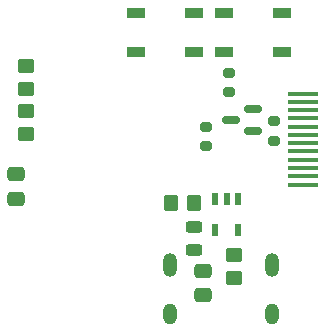
<source format=gbr>
%TF.GenerationSoftware,KiCad,Pcbnew,8.0.0*%
%TF.CreationDate,2024-03-22T20:52:57+01:00*%
%TF.ProjectId,rotatror,726f7461-7472-46f7-922e-6b696361645f,rev?*%
%TF.SameCoordinates,Original*%
%TF.FileFunction,Paste,Bot*%
%TF.FilePolarity,Positive*%
%FSLAX46Y46*%
G04 Gerber Fmt 4.6, Leading zero omitted, Abs format (unit mm)*
G04 Created by KiCad (PCBNEW 8.0.0) date 2024-03-22 20:52:57*
%MOMM*%
%LPD*%
G01*
G04 APERTURE LIST*
G04 Aperture macros list*
%AMRoundRect*
0 Rectangle with rounded corners*
0 $1 Rounding radius*
0 $2 $3 $4 $5 $6 $7 $8 $9 X,Y pos of 4 corners*
0 Add a 4 corners polygon primitive as box body*
4,1,4,$2,$3,$4,$5,$6,$7,$8,$9,$2,$3,0*
0 Add four circle primitives for the rounded corners*
1,1,$1+$1,$2,$3*
1,1,$1+$1,$4,$5*
1,1,$1+$1,$6,$7*
1,1,$1+$1,$8,$9*
0 Add four rect primitives between the rounded corners*
20,1,$1+$1,$2,$3,$4,$5,0*
20,1,$1+$1,$4,$5,$6,$7,0*
20,1,$1+$1,$6,$7,$8,$9,0*
20,1,$1+$1,$8,$9,$2,$3,0*%
G04 Aperture macros list end*
%ADD10R,2.500000X0.350000*%
%ADD11RoundRect,0.200000X0.275000X-0.200000X0.275000X0.200000X-0.275000X0.200000X-0.275000X-0.200000X0*%
%ADD12RoundRect,0.150000X0.587500X0.150000X-0.587500X0.150000X-0.587500X-0.150000X0.587500X-0.150000X0*%
%ADD13RoundRect,0.250000X0.450000X-0.350000X0.450000X0.350000X-0.450000X0.350000X-0.450000X-0.350000X0*%
%ADD14O,1.200000X2.000000*%
%ADD15O,1.200000X1.800000*%
%ADD16RoundRect,0.250000X-0.350000X-0.450000X0.350000X-0.450000X0.350000X0.450000X-0.350000X0.450000X0*%
%ADD17R,1.500000X0.900000*%
%ADD18RoundRect,0.250000X-0.475000X0.337500X-0.475000X-0.337500X0.475000X-0.337500X0.475000X0.337500X0*%
%ADD19RoundRect,0.250000X-0.450000X0.350000X-0.450000X-0.350000X0.450000X-0.350000X0.450000X0.350000X0*%
%ADD20R,0.600000X1.000000*%
%ADD21RoundRect,0.250000X0.475000X-0.337500X0.475000X0.337500X-0.475000X0.337500X-0.475000X-0.337500X0*%
%ADD22RoundRect,0.243750X-0.456250X0.243750X-0.456250X-0.243750X0.456250X-0.243750X0.456250X0.243750X0*%
G04 APERTURE END LIST*
D10*
%TO.C,U5*%
X123675000Y-85850000D03*
X123675000Y-85150000D03*
X123675000Y-84450000D03*
X123675000Y-83750000D03*
X123675000Y-83050000D03*
X123675000Y-82350000D03*
X123675000Y-78150000D03*
X123675000Y-78850000D03*
X123675000Y-79550000D03*
X123675000Y-80250000D03*
X123675000Y-80950000D03*
X123675000Y-81650000D03*
%TD*%
D11*
%TO.C,R18*%
X121200000Y-82125000D03*
X121200000Y-80475000D03*
%TD*%
%TO.C,R17*%
X115425000Y-82625000D03*
X115425000Y-80975000D03*
%TD*%
%TO.C,R16*%
X117375000Y-78025000D03*
X117375000Y-76375000D03*
%TD*%
D12*
%TO.C,Q1*%
X119475000Y-79450000D03*
X119475000Y-81350000D03*
X117600000Y-80400000D03*
%TD*%
D13*
%TO.C,R15*%
X100200000Y-77800000D03*
X100200000Y-75800000D03*
%TD*%
%TO.C,R14*%
X100200000Y-81600000D03*
X100200000Y-79600000D03*
%TD*%
D14*
%TO.C,U3*%
X112425000Y-92645500D03*
D15*
X112425000Y-96845500D03*
D14*
X121075000Y-92645500D03*
D15*
X121075000Y-96845500D03*
%TD*%
D16*
%TO.C,R12*%
X112460000Y-87400000D03*
X114460000Y-87400000D03*
%TD*%
D17*
%TO.C,D2*%
X109550000Y-74650000D03*
X109550000Y-71350000D03*
X114450000Y-71350000D03*
X114450000Y-74650000D03*
%TD*%
D18*
%TO.C,C3*%
X115200000Y-93162500D03*
X115200000Y-95237500D03*
%TD*%
D19*
%TO.C,R13*%
X117800000Y-91800000D03*
X117800000Y-93800000D03*
%TD*%
D20*
%TO.C,U4*%
X116250000Y-87100000D03*
X117200000Y-87100000D03*
X118150000Y-87100000D03*
X118150000Y-89700000D03*
X116250000Y-89700000D03*
%TD*%
D21*
%TO.C,C5*%
X99400000Y-87037500D03*
X99400000Y-84962500D03*
%TD*%
D17*
%TO.C,D1*%
X117000000Y-74650000D03*
X117000000Y-71350000D03*
X121900000Y-71350000D03*
X121900000Y-74650000D03*
%TD*%
D22*
%TO.C,D3*%
X114420000Y-89482500D03*
X114420000Y-91357500D03*
%TD*%
M02*

</source>
